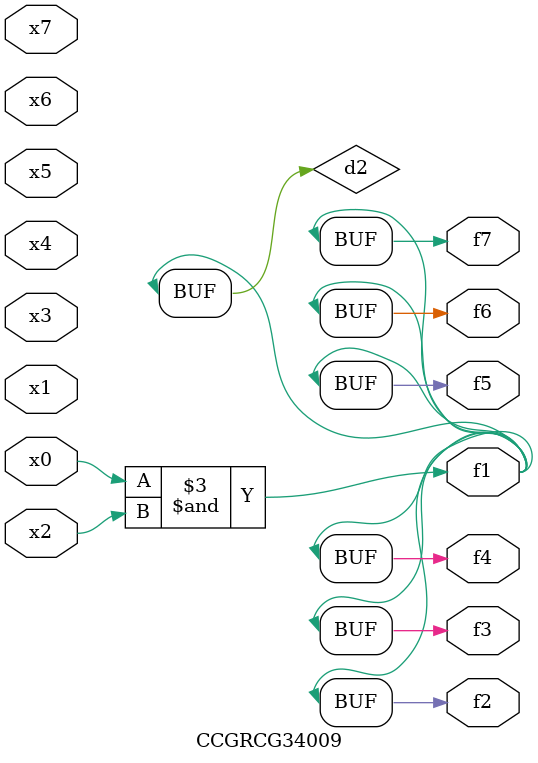
<source format=v>
module CCGRCG34009(
	input x0, x1, x2, x3, x4, x5, x6, x7,
	output f1, f2, f3, f4, f5, f6, f7
);

	wire d1, d2;

	nor (d1, x3, x6);
	and (d2, x0, x2);
	assign f1 = d2;
	assign f2 = d2;
	assign f3 = d2;
	assign f4 = d2;
	assign f5 = d2;
	assign f6 = d2;
	assign f7 = d2;
endmodule

</source>
